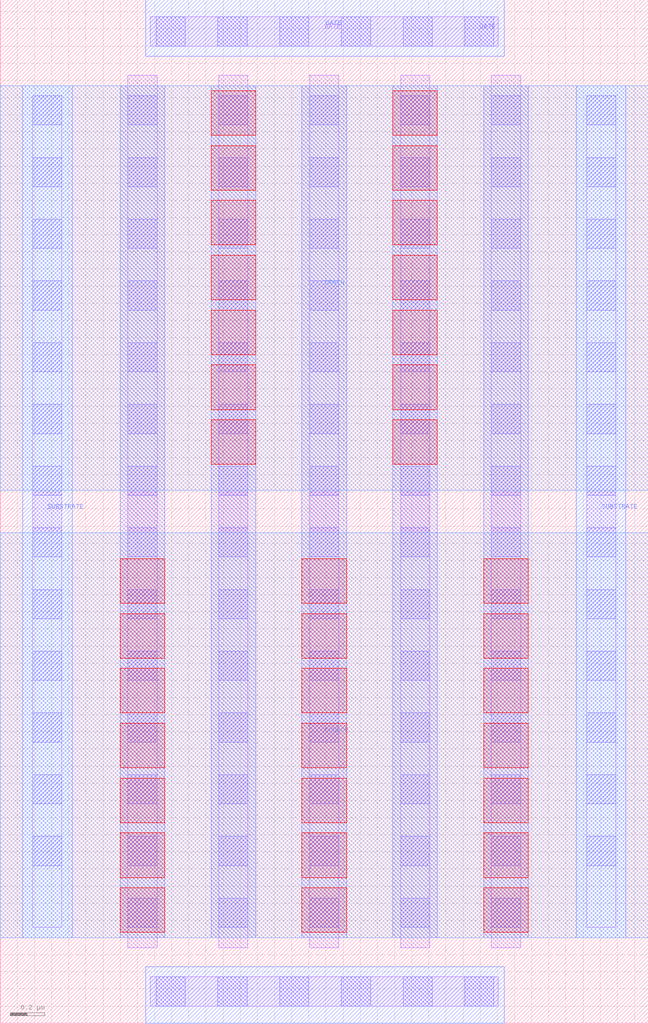
<source format=lef>
# Copyright 2020 The SkyWater PDK Authors
#
# Licensed under the Apache License, Version 2.0 (the "License");
# you may not use this file except in compliance with the License.
# You may obtain a copy of the License at
#
#     https://www.apache.org/licenses/LICENSE-2.0
#
# Unless required by applicable law or agreed to in writing, software
# distributed under the License is distributed on an "AS IS" BASIS,
# WITHOUT WARRANTIES OR CONDITIONS OF ANY KIND, either express or implied.
# See the License for the specific language governing permissions and
# limitations under the License.
#
# SPDX-License-Identifier: Apache-2.0

VERSION 5.7 ;
  NOWIREEXTENSIONATPIN ON ;
  DIVIDERCHAR "/" ;
  BUSBITCHARS "[]" ;
MACRO sky130_fd_pr__rf_nfet_01v8_lvt_aM04W5p00L0p25
  CLASS BLOCK ;
  FOREIGN sky130_fd_pr__rf_nfet_01v8_lvt_aM04W5p00L0p25 ;
  ORIGIN  0.000000  0.000000 ;
  SIZE  3.780000 BY  5.970000 ;
  PIN DRAIN
    ANTENNADIFFAREA  2.828000 ;
    PORT
      LAYER met2 ;
        RECT 0.000000 3.110000 3.780000 5.470000 ;
    END
  END DRAIN
  PIN GATE
    ANTENNAGATEAREA  5.050000 ;
    PORT
      LAYER li1 ;
        RECT 0.875000 0.100000 2.905000 0.270000 ;
        RECT 0.875000 5.700000 2.905000 5.870000 ;
      LAYER mcon ;
        RECT 0.910000 0.100000 1.080000 0.270000 ;
        RECT 0.910000 5.700000 1.080000 5.870000 ;
        RECT 1.270000 0.100000 1.440000 0.270000 ;
        RECT 1.270000 5.700000 1.440000 5.870000 ;
        RECT 1.630000 0.100000 1.800000 0.270000 ;
        RECT 1.630000 5.700000 1.800000 5.870000 ;
        RECT 1.990000 0.100000 2.160000 0.270000 ;
        RECT 1.990000 5.700000 2.160000 5.870000 ;
        RECT 2.350000 0.100000 2.520000 0.270000 ;
        RECT 2.350000 5.700000 2.520000 5.870000 ;
        RECT 2.710000 0.100000 2.880000 0.270000 ;
        RECT 2.710000 5.700000 2.880000 5.870000 ;
    END
    PORT
      LAYER met1 ;
        RECT 0.850000 0.000000 2.940000 0.330000 ;
        RECT 0.850000 5.640000 2.940000 5.970000 ;
    END
  END GATE
  PIN SOURCE
    ANTENNADIFFAREA  4.242000 ;
    PORT
      LAYER met2 ;
        RECT 0.000000 0.500000 3.780000 2.860000 ;
    END
  END SOURCE
  PIN SUBSTRATE
    ANTENNADIFFAREA  1.464500 ;
    PORT
      LAYER met1 ;
        RECT 0.130000 0.500000 0.420000 5.470000 ;
    END
    PORT
      LAYER met1 ;
        RECT 3.360000 0.500000 3.650000 5.470000 ;
    END
  END SUBSTRATE
  OBS
    LAYER li1 ;
      RECT 0.190000 0.560000 0.360000 5.410000 ;
      RECT 0.745000 0.440000 0.915000 5.530000 ;
      RECT 1.275000 0.440000 1.445000 5.530000 ;
      RECT 1.805000 0.440000 1.975000 5.530000 ;
      RECT 2.335000 0.440000 2.505000 5.530000 ;
      RECT 2.865000 0.440000 3.035000 5.530000 ;
      RECT 3.420000 0.560000 3.590000 5.410000 ;
    LAYER mcon ;
      RECT 0.190000 0.920000 0.360000 1.090000 ;
      RECT 0.190000 1.280000 0.360000 1.450000 ;
      RECT 0.190000 1.640000 0.360000 1.810000 ;
      RECT 0.190000 2.000000 0.360000 2.170000 ;
      RECT 0.190000 2.360000 0.360000 2.530000 ;
      RECT 0.190000 2.720000 0.360000 2.890000 ;
      RECT 0.190000 3.080000 0.360000 3.250000 ;
      RECT 0.190000 3.440000 0.360000 3.610000 ;
      RECT 0.190000 3.800000 0.360000 3.970000 ;
      RECT 0.190000 4.160000 0.360000 4.330000 ;
      RECT 0.190000 4.520000 0.360000 4.690000 ;
      RECT 0.190000 4.880000 0.360000 5.050000 ;
      RECT 0.190000 5.240000 0.360000 5.410000 ;
      RECT 0.745000 0.560000 0.915000 0.730000 ;
      RECT 0.745000 0.920000 0.915000 1.090000 ;
      RECT 0.745000 1.280000 0.915000 1.450000 ;
      RECT 0.745000 1.640000 0.915000 1.810000 ;
      RECT 0.745000 2.000000 0.915000 2.170000 ;
      RECT 0.745000 2.360000 0.915000 2.530000 ;
      RECT 0.745000 2.720000 0.915000 2.890000 ;
      RECT 0.745000 3.080000 0.915000 3.250000 ;
      RECT 0.745000 3.440000 0.915000 3.610000 ;
      RECT 0.745000 3.800000 0.915000 3.970000 ;
      RECT 0.745000 4.160000 0.915000 4.330000 ;
      RECT 0.745000 4.520000 0.915000 4.690000 ;
      RECT 0.745000 4.880000 0.915000 5.050000 ;
      RECT 0.745000 5.240000 0.915000 5.410000 ;
      RECT 1.275000 0.560000 1.445000 0.730000 ;
      RECT 1.275000 0.920000 1.445000 1.090000 ;
      RECT 1.275000 1.280000 1.445000 1.450000 ;
      RECT 1.275000 1.640000 1.445000 1.810000 ;
      RECT 1.275000 2.000000 1.445000 2.170000 ;
      RECT 1.275000 2.360000 1.445000 2.530000 ;
      RECT 1.275000 2.720000 1.445000 2.890000 ;
      RECT 1.275000 3.080000 1.445000 3.250000 ;
      RECT 1.275000 3.440000 1.445000 3.610000 ;
      RECT 1.275000 3.800000 1.445000 3.970000 ;
      RECT 1.275000 4.160000 1.445000 4.330000 ;
      RECT 1.275000 4.520000 1.445000 4.690000 ;
      RECT 1.275000 4.880000 1.445000 5.050000 ;
      RECT 1.275000 5.240000 1.445000 5.410000 ;
      RECT 1.805000 0.560000 1.975000 0.730000 ;
      RECT 1.805000 0.920000 1.975000 1.090000 ;
      RECT 1.805000 1.280000 1.975000 1.450000 ;
      RECT 1.805000 1.640000 1.975000 1.810000 ;
      RECT 1.805000 2.000000 1.975000 2.170000 ;
      RECT 1.805000 2.360000 1.975000 2.530000 ;
      RECT 1.805000 2.720000 1.975000 2.890000 ;
      RECT 1.805000 3.080000 1.975000 3.250000 ;
      RECT 1.805000 3.440000 1.975000 3.610000 ;
      RECT 1.805000 3.800000 1.975000 3.970000 ;
      RECT 1.805000 4.160000 1.975000 4.330000 ;
      RECT 1.805000 4.520000 1.975000 4.690000 ;
      RECT 1.805000 4.880000 1.975000 5.050000 ;
      RECT 1.805000 5.240000 1.975000 5.410000 ;
      RECT 2.335000 0.560000 2.505000 0.730000 ;
      RECT 2.335000 0.920000 2.505000 1.090000 ;
      RECT 2.335000 1.280000 2.505000 1.450000 ;
      RECT 2.335000 1.640000 2.505000 1.810000 ;
      RECT 2.335000 2.000000 2.505000 2.170000 ;
      RECT 2.335000 2.360000 2.505000 2.530000 ;
      RECT 2.335000 2.720000 2.505000 2.890000 ;
      RECT 2.335000 3.080000 2.505000 3.250000 ;
      RECT 2.335000 3.440000 2.505000 3.610000 ;
      RECT 2.335000 3.800000 2.505000 3.970000 ;
      RECT 2.335000 4.160000 2.505000 4.330000 ;
      RECT 2.335000 4.520000 2.505000 4.690000 ;
      RECT 2.335000 4.880000 2.505000 5.050000 ;
      RECT 2.335000 5.240000 2.505000 5.410000 ;
      RECT 2.865000 0.560000 3.035000 0.730000 ;
      RECT 2.865000 0.920000 3.035000 1.090000 ;
      RECT 2.865000 1.280000 3.035000 1.450000 ;
      RECT 2.865000 1.640000 3.035000 1.810000 ;
      RECT 2.865000 2.000000 3.035000 2.170000 ;
      RECT 2.865000 2.360000 3.035000 2.530000 ;
      RECT 2.865000 2.720000 3.035000 2.890000 ;
      RECT 2.865000 3.080000 3.035000 3.250000 ;
      RECT 2.865000 3.440000 3.035000 3.610000 ;
      RECT 2.865000 3.800000 3.035000 3.970000 ;
      RECT 2.865000 4.160000 3.035000 4.330000 ;
      RECT 2.865000 4.520000 3.035000 4.690000 ;
      RECT 2.865000 4.880000 3.035000 5.050000 ;
      RECT 2.865000 5.240000 3.035000 5.410000 ;
      RECT 3.420000 0.920000 3.590000 1.090000 ;
      RECT 3.420000 1.280000 3.590000 1.450000 ;
      RECT 3.420000 1.640000 3.590000 1.810000 ;
      RECT 3.420000 2.000000 3.590000 2.170000 ;
      RECT 3.420000 2.360000 3.590000 2.530000 ;
      RECT 3.420000 2.720000 3.590000 2.890000 ;
      RECT 3.420000 3.080000 3.590000 3.250000 ;
      RECT 3.420000 3.440000 3.590000 3.610000 ;
      RECT 3.420000 3.800000 3.590000 3.970000 ;
      RECT 3.420000 4.160000 3.590000 4.330000 ;
      RECT 3.420000 4.520000 3.590000 4.690000 ;
      RECT 3.420000 4.880000 3.590000 5.050000 ;
      RECT 3.420000 5.240000 3.590000 5.410000 ;
    LAYER met1 ;
      RECT 0.700000 0.500000 0.960000 5.470000 ;
      RECT 1.230000 0.500000 1.490000 5.470000 ;
      RECT 1.760000 0.500000 2.020000 5.470000 ;
      RECT 2.290000 0.500000 2.550000 5.470000 ;
      RECT 2.820000 0.500000 3.080000 5.470000 ;
    LAYER via ;
      RECT 0.700000 0.530000 0.960000 0.790000 ;
      RECT 0.700000 0.850000 0.960000 1.110000 ;
      RECT 0.700000 1.170000 0.960000 1.430000 ;
      RECT 0.700000 1.490000 0.960000 1.750000 ;
      RECT 0.700000 1.810000 0.960000 2.070000 ;
      RECT 0.700000 2.130000 0.960000 2.390000 ;
      RECT 0.700000 2.450000 0.960000 2.710000 ;
      RECT 1.230000 3.260000 1.490000 3.520000 ;
      RECT 1.230000 3.580000 1.490000 3.840000 ;
      RECT 1.230000 3.900000 1.490000 4.160000 ;
      RECT 1.230000 4.220000 1.490000 4.480000 ;
      RECT 1.230000 4.540000 1.490000 4.800000 ;
      RECT 1.230000 4.860000 1.490000 5.120000 ;
      RECT 1.230000 5.180000 1.490000 5.440000 ;
      RECT 1.760000 0.530000 2.020000 0.790000 ;
      RECT 1.760000 0.850000 2.020000 1.110000 ;
      RECT 1.760000 1.170000 2.020000 1.430000 ;
      RECT 1.760000 1.490000 2.020000 1.750000 ;
      RECT 1.760000 1.810000 2.020000 2.070000 ;
      RECT 1.760000 2.130000 2.020000 2.390000 ;
      RECT 1.760000 2.450000 2.020000 2.710000 ;
      RECT 2.290000 3.260000 2.550000 3.520000 ;
      RECT 2.290000 3.580000 2.550000 3.840000 ;
      RECT 2.290000 3.900000 2.550000 4.160000 ;
      RECT 2.290000 4.220000 2.550000 4.480000 ;
      RECT 2.290000 4.540000 2.550000 4.800000 ;
      RECT 2.290000 4.860000 2.550000 5.120000 ;
      RECT 2.290000 5.180000 2.550000 5.440000 ;
      RECT 2.820000 0.530000 3.080000 0.790000 ;
      RECT 2.820000 0.850000 3.080000 1.110000 ;
      RECT 2.820000 1.170000 3.080000 1.430000 ;
      RECT 2.820000 1.490000 3.080000 1.750000 ;
      RECT 2.820000 1.810000 3.080000 2.070000 ;
      RECT 2.820000 2.130000 3.080000 2.390000 ;
      RECT 2.820000 2.450000 3.080000 2.710000 ;
  END
END sky130_fd_pr__rf_nfet_01v8_lvt_aM04W5p00L0p25
END LIBRARY

</source>
